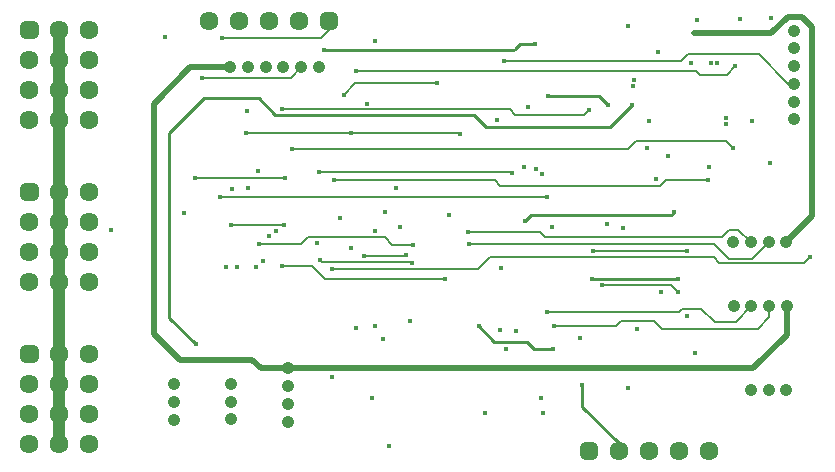
<source format=gbl>
G04 Generated by Ultiboard 14.1 *
%FSLAX25Y25*%
%MOIN*%

%ADD10C,0.00001*%
%ADD11C,0.00500*%
%ADD12C,0.02000*%
%ADD13C,0.01000*%
%ADD14C,0.04000*%
%ADD15C,0.01772*%
%ADD16C,0.04156*%
%ADD17C,0.06334*%
%ADD18R,0.02083X0.02083*%
%ADD19C,0.03917*%


G04 ColorRGB 0000FF for the following layer *
%LNCopper Bottom*%
%LPD*%
G54D10*
G54D11*
X112800Y127100D02*
X116500Y130800D01*
X143700Y130800D01*
X80100Y114300D02*
X115100Y114300D01*
X71300Y93000D02*
X180400Y93000D01*
X65400Y132600D02*
X94998Y132600D01*
X98517Y136118D01*
X119300Y73300D02*
X133200Y73300D01*
X105400Y71200D02*
X135200Y71200D01*
X105400Y71200D02*
X104800Y71800D01*
X84600Y77300D02*
X98500Y77300D01*
X100700Y79500D01*
X126300Y79500D01*
X128800Y77000D01*
X135700Y77000D01*
X104300Y101200D02*
X168800Y101200D01*
X115200Y114200D02*
X151300Y114200D01*
X219900Y98600D02*
X234200Y98600D01*
X220100Y98600D02*
X218200Y96700D01*
X164900Y96700D01*
X163000Y98600D01*
X109400Y98600D01*
X95500Y109000D02*
X207400Y109000D01*
X210100Y111700D01*
X240200Y111700D01*
X242500Y109400D01*
X198800Y63600D02*
X221800Y63600D01*
X224000Y61400D01*
X154100Y81400D02*
X178200Y81400D01*
X179900Y79700D01*
X238700Y79700D01*
X241100Y82100D01*
X244176Y82100D01*
X248394Y77882D01*
X154300Y77200D02*
X236100Y77200D01*
X241000Y72300D01*
X248718Y72300D01*
X254300Y77882D01*
X180300Y54500D02*
X224300Y54500D01*
X225400Y55600D01*
X231900Y55600D01*
X236300Y51200D01*
X243313Y51200D01*
X248594Y56482D01*
X182900Y50100D02*
X203500Y50100D01*
X205100Y51700D01*
X216200Y51700D01*
X218800Y49100D01*
X250800Y49100D01*
X254500Y52800D01*
X254500Y56482D01*
X92200Y122200D02*
X168000Y122200D01*
X169900Y120300D01*
X192800Y120300D01*
X194300Y121800D01*
X116900Y135100D02*
X230100Y135100D01*
X231500Y133700D01*
X240300Y133700D01*
X243250Y136650D01*
X166100Y138400D02*
X225100Y138400D01*
X108900Y68900D02*
X157500Y68900D01*
X161500Y72900D01*
X236000Y72900D01*
X237900Y71000D01*
X266000Y71000D01*
X268000Y73000D01*
X195700Y75000D02*
X219900Y75000D01*
X227000Y75000D01*
X72000Y146000D02*
X105200Y146000D01*
X107900Y148700D01*
X107900Y151700D01*
X225100Y138400D02*
X227300Y140600D01*
X262918Y130689D02*
X260911Y130689D01*
X251000Y140600D01*
X227300Y140600D02*
X251000Y140600D01*
X75082Y83582D02*
X92818Y83582D01*
X63200Y99200D02*
X93100Y99200D01*
X106500Y65700D02*
X146600Y65700D01*
X102200Y70000D02*
X106500Y65700D01*
X92000Y70000D02*
X102200Y70000D01*
G54D12*
X74894Y136118D02*
X61518Y136118D01*
X49500Y124100D01*
X49500Y47200D01*
X58000Y38700D01*
X82200Y38700D01*
X85094Y35806D01*
X268900Y149500D02*
X265400Y153000D01*
X260700Y153000D01*
X255200Y147500D01*
X268900Y86576D02*
X268900Y149500D01*
X268900Y86576D02*
X260206Y77882D01*
X260406Y56482D02*
X260406Y47106D01*
X249106Y35806D01*
X85094Y35806D02*
X249106Y35806D01*
X255200Y147500D02*
X229400Y147500D01*
G54D13*
X175084Y86800D02*
X173184Y84900D01*
X180800Y126500D02*
X197800Y126500D01*
X200700Y123600D01*
X54600Y114200D02*
X54600Y52700D01*
X63500Y43800D01*
X224000Y65700D02*
X195500Y65700D01*
X182600Y42300D02*
X176100Y42300D01*
X173700Y44700D01*
X162800Y44700D01*
X157700Y49800D01*
X192200Y23000D02*
X192200Y30300D01*
X54600Y114200D02*
X66200Y125800D01*
X84300Y125800D01*
X160100Y116300D02*
X201400Y116300D01*
X208700Y123600D01*
X222700Y87700D02*
X221800Y86800D01*
X175084Y86800D02*
X221800Y86800D01*
X89900Y120200D02*
X156200Y120200D01*
X160100Y116300D01*
X84300Y125800D02*
X89900Y120200D01*
X204400Y8200D02*
X204400Y10800D01*
X192200Y23000D01*
X176400Y143800D02*
X171300Y143800D01*
X106200Y142100D02*
X169600Y142100D01*
X171300Y143800D02*
X169800Y142300D01*
G54D14*
X17917Y10700D02*
X17917Y148588D01*
G54D15*
X112800Y127100D03*
X143800Y130900D03*
X80100Y114300D03*
X115200Y114200D03*
X104800Y71800D03*
X135300Y71100D03*
X71300Y93000D03*
X180600Y92800D03*
X65400Y132600D03*
X73297Y69697D03*
X72000Y146000D03*
X90067Y81667D03*
X87900Y79800D03*
X119300Y73300D03*
X133400Y73500D03*
X92000Y70000D03*
X146600Y65700D03*
X85700Y71500D03*
X84600Y77300D03*
X135700Y77000D03*
X104300Y101200D03*
X168900Y101100D03*
X166800Y42200D03*
X134900Y51700D03*
X131600Y83000D03*
X220917Y106683D03*
X213900Y109200D03*
X123000Y50000D03*
X123000Y81600D03*
X151500Y114000D03*
X109400Y98600D03*
X234200Y98600D03*
X95500Y109000D03*
X242500Y109400D03*
X198800Y63600D03*
X224000Y61400D03*
X195700Y75000D03*
X227000Y53300D03*
X154100Y81400D03*
X154300Y77200D03*
X164700Y48500D03*
X176700Y102300D03*
X180300Y54500D03*
X178764Y100636D03*
X182900Y50100D03*
X75500Y95500D03*
X194300Y121800D03*
X80900Y95900D03*
X116900Y135100D03*
X84000Y101600D03*
X228400Y137500D03*
X83600Y69500D03*
X166100Y138400D03*
X108900Y68900D03*
X268000Y73000D03*
X180800Y126500D03*
X200700Y123600D03*
X208700Y123600D03*
X63500Y43800D03*
X195300Y65500D03*
X182600Y42300D03*
X157700Y49800D03*
X192200Y30300D03*
X179200Y20800D03*
X222700Y88000D03*
X227000Y75000D03*
X92200Y122200D03*
X243200Y136700D03*
X92818Y83582D03*
X75082Y83582D03*
X93100Y99200D03*
X63200Y99200D03*
X173200Y85000D03*
X205900Y82700D03*
X224000Y65700D03*
X178400Y25800D03*
X229400Y147500D03*
X106200Y142100D03*
X231300Y147500D03*
X176400Y143800D03*
X77200Y69500D03*
X111500Y86000D03*
X80400Y121700D03*
X59400Y87500D03*
X103700Y77700D03*
X120300Y124100D03*
X35000Y82000D03*
X115000Y75900D03*
X216700Y98800D03*
X244800Y152300D03*
X255100Y152500D03*
X235200Y137700D03*
X237000Y137700D03*
X230300Y151900D03*
X182000Y83000D03*
X163900Y118500D03*
X130200Y96000D03*
X147800Y86900D03*
X165100Y69200D03*
X172800Y103000D03*
X159700Y20900D03*
X126400Y88000D03*
X170000Y48300D03*
X200500Y84000D03*
X174100Y122800D03*
X234300Y103100D03*
X191500Y46100D03*
X123200Y145000D03*
X207400Y29300D03*
X229700Y41000D03*
X218600Y61400D03*
X210600Y48900D03*
X116700Y49400D03*
X108800Y33000D03*
X122100Y26000D03*
X125800Y45500D03*
X209300Y131900D03*
X209200Y129900D03*
X214300Y118400D03*
X240000Y119200D03*
X240000Y117300D03*
X248700Y118300D03*
X127814Y10000D03*
X207300Y149900D03*
X217300Y141400D03*
X254800Y104300D03*
X53000Y146200D03*
G54D16*
X248394Y28718D03*
X254300Y28718D03*
X260206Y28718D03*
X56282Y18694D03*
X56282Y24600D03*
X56282Y30506D03*
X75082Y18794D03*
X75082Y24700D03*
X75082Y30606D03*
X260406Y56482D03*
X254500Y56482D03*
X248594Y56482D03*
X242689Y56482D03*
X74894Y136118D03*
X80800Y136118D03*
X86706Y136118D03*
X92611Y136118D03*
X98517Y136118D03*
X104422Y136118D03*
X260206Y77882D03*
X254300Y77882D03*
X248394Y77882D03*
X242489Y77882D03*
X94118Y18089D03*
X94118Y23994D03*
X94118Y29900D03*
X94118Y35806D03*
X262918Y148406D03*
X262918Y142500D03*
X262918Y136594D03*
X262918Y130689D03*
X262918Y124783D03*
X262918Y118878D03*
G54D17*
X17917Y20700D03*
X17917Y40700D03*
X17917Y30700D03*
X17917Y10700D03*
X7917Y20700D03*
X7917Y30700D03*
X7917Y10700D03*
X27917Y40700D03*
X27917Y30700D03*
X27917Y20700D03*
X27917Y10700D03*
X17917Y74644D03*
X17917Y94644D03*
X17917Y84644D03*
X17917Y64644D03*
X7917Y74644D03*
X7917Y84644D03*
X7917Y64644D03*
X27917Y94644D03*
X27917Y84644D03*
X27917Y74644D03*
X27917Y64644D03*
X17917Y128588D03*
X17917Y148588D03*
X17917Y138588D03*
X17917Y118588D03*
X7917Y128588D03*
X7917Y138588D03*
X7917Y118588D03*
X27917Y148588D03*
X27917Y138588D03*
X27917Y128588D03*
X27917Y118588D03*
X204400Y8200D03*
X214400Y8200D03*
X234400Y8200D03*
X224400Y8200D03*
X97900Y151700D03*
X87900Y151700D03*
X67900Y151700D03*
X77900Y151700D03*
G54D18*
X7917Y40700D03*
X7917Y94644D03*
X7917Y148588D03*
X194400Y8200D03*
X107900Y151700D03*
G54D19*
X6876Y39659D02*
X8958Y39659D01*
X8958Y41741D01*
X6876Y41741D01*
X6876Y39659D01*D02*
X6876Y93603D02*
X8958Y93603D01*
X8958Y95685D01*
X6876Y95685D01*
X6876Y93603D01*D02*
X6876Y147547D02*
X8958Y147547D01*
X8958Y149629D01*
X6876Y149629D01*
X6876Y147547D01*D02*
X193359Y7159D02*
X195441Y7159D01*
X195441Y9241D01*
X193359Y9241D01*
X193359Y7159D01*D02*
X106859Y150659D02*
X108941Y150659D01*
X108941Y152741D01*
X106859Y152741D01*
X106859Y150659D01*D02*

M02*

</source>
